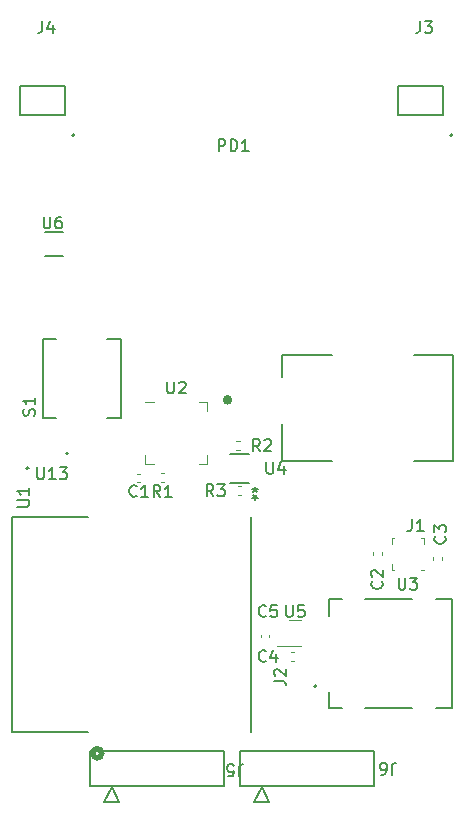
<source format=gbr>
%TF.GenerationSoftware,KiCad,Pcbnew,7.0.5*%
%TF.CreationDate,2023-06-16T17:12:54-04:00*%
%TF.ProjectId,ESP32Sensor-Sensor_board,45535033-3253-4656-9e73-6f722d53656e,rev?*%
%TF.SameCoordinates,Original*%
%TF.FileFunction,Legend,Top*%
%TF.FilePolarity,Positive*%
%FSLAX46Y46*%
G04 Gerber Fmt 4.6, Leading zero omitted, Abs format (unit mm)*
G04 Created by KiCad (PCBNEW 7.0.5) date 2023-06-16 17:12:54*
%MOMM*%
%LPD*%
G01*
G04 APERTURE LIST*
%ADD10C,0.150000*%
%ADD11C,0.120000*%
%ADD12C,0.127000*%
%ADD13C,0.200000*%
%ADD14C,0.152400*%
%ADD15C,0.400000*%
%ADD16C,0.508000*%
G04 APERTURE END LIST*
D10*
%TO.C,C1*%
X-8060966Y-34714680D02*
X-8108585Y-34762300D01*
X-8108585Y-34762300D02*
X-8251442Y-34809919D01*
X-8251442Y-34809919D02*
X-8346680Y-34809919D01*
X-8346680Y-34809919D02*
X-8489537Y-34762300D01*
X-8489537Y-34762300D02*
X-8584775Y-34667061D01*
X-8584775Y-34667061D02*
X-8632394Y-34571823D01*
X-8632394Y-34571823D02*
X-8680013Y-34381347D01*
X-8680013Y-34381347D02*
X-8680013Y-34238490D01*
X-8680013Y-34238490D02*
X-8632394Y-34048014D01*
X-8632394Y-34048014D02*
X-8584775Y-33952776D01*
X-8584775Y-33952776D02*
X-8489537Y-33857538D01*
X-8489537Y-33857538D02*
X-8346680Y-33809919D01*
X-8346680Y-33809919D02*
X-8251442Y-33809919D01*
X-8251442Y-33809919D02*
X-8108585Y-33857538D01*
X-8108585Y-33857538D02*
X-8060966Y-33905157D01*
X-7108585Y-34809919D02*
X-7680013Y-34809919D01*
X-7394299Y-34809919D02*
X-7394299Y-33809919D01*
X-7394299Y-33809919D02*
X-7489537Y-33952776D01*
X-7489537Y-33952776D02*
X-7584775Y-34048014D01*
X-7584775Y-34048014D02*
X-7680013Y-34095633D01*
%TO.C,R1*%
X-6056966Y-34819919D02*
X-6390299Y-34343728D01*
X-6628394Y-34819919D02*
X-6628394Y-33819919D01*
X-6628394Y-33819919D02*
X-6247442Y-33819919D01*
X-6247442Y-33819919D02*
X-6152204Y-33867538D01*
X-6152204Y-33867538D02*
X-6104585Y-33915157D01*
X-6104585Y-33915157D02*
X-6056966Y-34010395D01*
X-6056966Y-34010395D02*
X-6056966Y-34153252D01*
X-6056966Y-34153252D02*
X-6104585Y-34248490D01*
X-6104585Y-34248490D02*
X-6152204Y-34296109D01*
X-6152204Y-34296109D02*
X-6247442Y-34343728D01*
X-6247442Y-34343728D02*
X-6628394Y-34343728D01*
X-5104585Y-34819919D02*
X-5676013Y-34819919D01*
X-5390299Y-34819919D02*
X-5390299Y-33819919D01*
X-5390299Y-33819919D02*
X-5485537Y-33962776D01*
X-5485537Y-33962776D02*
X-5580775Y-34058014D01*
X-5580775Y-34058014D02*
X-5676013Y-34105633D01*
%TO.C,J2*%
X3565819Y-50386333D02*
X4280104Y-50386333D01*
X4280104Y-50386333D02*
X4422961Y-50433952D01*
X4422961Y-50433952D02*
X4518200Y-50529190D01*
X4518200Y-50529190D02*
X4565819Y-50672047D01*
X4565819Y-50672047D02*
X4565819Y-50767285D01*
X3661057Y-49957761D02*
X3613438Y-49910142D01*
X3613438Y-49910142D02*
X3565819Y-49814904D01*
X3565819Y-49814904D02*
X3565819Y-49576809D01*
X3565819Y-49576809D02*
X3613438Y-49481571D01*
X3613438Y-49481571D02*
X3661057Y-49433952D01*
X3661057Y-49433952D02*
X3756295Y-49386333D01*
X3756295Y-49386333D02*
X3851533Y-49386333D01*
X3851533Y-49386333D02*
X3994390Y-49433952D01*
X3994390Y-49433952D02*
X4565819Y-50005380D01*
X4565819Y-50005380D02*
X4565819Y-49386333D01*
%TO.C,U4*%
X2921095Y-31839819D02*
X2921095Y-32649342D01*
X2921095Y-32649342D02*
X2968714Y-32744580D01*
X2968714Y-32744580D02*
X3016333Y-32792200D01*
X3016333Y-32792200D02*
X3111571Y-32839819D01*
X3111571Y-32839819D02*
X3302047Y-32839819D01*
X3302047Y-32839819D02*
X3397285Y-32792200D01*
X3397285Y-32792200D02*
X3444904Y-32744580D01*
X3444904Y-32744580D02*
X3492523Y-32649342D01*
X3492523Y-32649342D02*
X3492523Y-31839819D01*
X4397285Y-32173152D02*
X4397285Y-32839819D01*
X4159190Y-31792200D02*
X3921095Y-32506485D01*
X3921095Y-32506485D02*
X4540142Y-32506485D01*
X1953349Y-35078780D02*
X1953349Y-34840685D01*
X2191444Y-34935923D02*
X1953349Y-34840685D01*
X1953349Y-34840685D02*
X1715254Y-34935923D01*
X2096206Y-34650209D02*
X1953349Y-34840685D01*
X1953349Y-34840685D02*
X1810492Y-34650209D01*
X1953350Y-33988419D02*
X1953350Y-34226514D01*
X1715255Y-34131276D02*
X1953350Y-34226514D01*
X1953350Y-34226514D02*
X2191445Y-34131276D01*
X1810493Y-34416990D02*
X1953350Y-34226514D01*
X1953350Y-34226514D02*
X2096207Y-34416990D01*
%TO.C,U5*%
X4573595Y-43974819D02*
X4573595Y-44784342D01*
X4573595Y-44784342D02*
X4621214Y-44879580D01*
X4621214Y-44879580D02*
X4668833Y-44927200D01*
X4668833Y-44927200D02*
X4764071Y-44974819D01*
X4764071Y-44974819D02*
X4954547Y-44974819D01*
X4954547Y-44974819D02*
X5049785Y-44927200D01*
X5049785Y-44927200D02*
X5097404Y-44879580D01*
X5097404Y-44879580D02*
X5145023Y-44784342D01*
X5145023Y-44784342D02*
X5145023Y-43974819D01*
X6097404Y-43974819D02*
X5621214Y-43974819D01*
X5621214Y-43974819D02*
X5573595Y-44451009D01*
X5573595Y-44451009D02*
X5621214Y-44403390D01*
X5621214Y-44403390D02*
X5716452Y-44355771D01*
X5716452Y-44355771D02*
X5954547Y-44355771D01*
X5954547Y-44355771D02*
X6049785Y-44403390D01*
X6049785Y-44403390D02*
X6097404Y-44451009D01*
X6097404Y-44451009D02*
X6145023Y-44546247D01*
X6145023Y-44546247D02*
X6145023Y-44784342D01*
X6145023Y-44784342D02*
X6097404Y-44879580D01*
X6097404Y-44879580D02*
X6049785Y-44927200D01*
X6049785Y-44927200D02*
X5954547Y-44974819D01*
X5954547Y-44974819D02*
X5716452Y-44974819D01*
X5716452Y-44974819D02*
X5621214Y-44927200D01*
X5621214Y-44927200D02*
X5573595Y-44879580D01*
%TO.C,R2*%
X2373333Y-30934819D02*
X2040000Y-30458628D01*
X1801905Y-30934819D02*
X1801905Y-29934819D01*
X1801905Y-29934819D02*
X2182857Y-29934819D01*
X2182857Y-29934819D02*
X2278095Y-29982438D01*
X2278095Y-29982438D02*
X2325714Y-30030057D01*
X2325714Y-30030057D02*
X2373333Y-30125295D01*
X2373333Y-30125295D02*
X2373333Y-30268152D01*
X2373333Y-30268152D02*
X2325714Y-30363390D01*
X2325714Y-30363390D02*
X2278095Y-30411009D01*
X2278095Y-30411009D02*
X2182857Y-30458628D01*
X2182857Y-30458628D02*
X1801905Y-30458628D01*
X2754286Y-30030057D02*
X2801905Y-29982438D01*
X2801905Y-29982438D02*
X2897143Y-29934819D01*
X2897143Y-29934819D02*
X3135238Y-29934819D01*
X3135238Y-29934819D02*
X3230476Y-29982438D01*
X3230476Y-29982438D02*
X3278095Y-30030057D01*
X3278095Y-30030057D02*
X3325714Y-30125295D01*
X3325714Y-30125295D02*
X3325714Y-30220533D01*
X3325714Y-30220533D02*
X3278095Y-30363390D01*
X3278095Y-30363390D02*
X2706667Y-30934819D01*
X2706667Y-30934819D02*
X3325714Y-30934819D01*
%TO.C,J4*%
X-16063333Y5480180D02*
X-16063333Y4765895D01*
X-16063333Y4765895D02*
X-16110952Y4623038D01*
X-16110952Y4623038D02*
X-16206190Y4527800D01*
X-16206190Y4527800D02*
X-16349047Y4480180D01*
X-16349047Y4480180D02*
X-16444285Y4480180D01*
X-15158571Y5146847D02*
X-15158571Y4480180D01*
X-15396666Y5527800D02*
X-15634761Y4813514D01*
X-15634761Y4813514D02*
X-15015714Y4813514D01*
%TO.C,U6*%
X-15949905Y-11078818D02*
X-15949905Y-11888341D01*
X-15949905Y-11888341D02*
X-15902286Y-11983579D01*
X-15902286Y-11983579D02*
X-15854667Y-12031199D01*
X-15854667Y-12031199D02*
X-15759429Y-12078818D01*
X-15759429Y-12078818D02*
X-15568953Y-12078818D01*
X-15568953Y-12078818D02*
X-15473715Y-12031199D01*
X-15473715Y-12031199D02*
X-15426096Y-11983579D01*
X-15426096Y-11983579D02*
X-15378477Y-11888341D01*
X-15378477Y-11888341D02*
X-15378477Y-11078818D01*
X-14473715Y-11078818D02*
X-14664191Y-11078818D01*
X-14664191Y-11078818D02*
X-14759429Y-11126437D01*
X-14759429Y-11126437D02*
X-14807048Y-11174056D01*
X-14807048Y-11174056D02*
X-14902286Y-11316913D01*
X-14902286Y-11316913D02*
X-14949905Y-11507389D01*
X-14949905Y-11507389D02*
X-14949905Y-11888341D01*
X-14949905Y-11888341D02*
X-14902286Y-11983579D01*
X-14902286Y-11983579D02*
X-14854667Y-12031199D01*
X-14854667Y-12031199D02*
X-14759429Y-12078818D01*
X-14759429Y-12078818D02*
X-14568953Y-12078818D01*
X-14568953Y-12078818D02*
X-14473715Y-12031199D01*
X-14473715Y-12031199D02*
X-14426096Y-11983579D01*
X-14426096Y-11983579D02*
X-14378477Y-11888341D01*
X-14378477Y-11888341D02*
X-14378477Y-11650246D01*
X-14378477Y-11650246D02*
X-14426096Y-11555008D01*
X-14426096Y-11555008D02*
X-14473715Y-11507389D01*
X-14473715Y-11507389D02*
X-14568953Y-11459770D01*
X-14568953Y-11459770D02*
X-14759429Y-11459770D01*
X-14759429Y-11459770D02*
X-14854667Y-11507389D01*
X-14854667Y-11507389D02*
X-14902286Y-11555008D01*
X-14902286Y-11555008D02*
X-14949905Y-11650246D01*
%TO.C,J3*%
X15936666Y5480180D02*
X15936666Y4765895D01*
X15936666Y4765895D02*
X15889047Y4623038D01*
X15889047Y4623038D02*
X15793809Y4527800D01*
X15793809Y4527800D02*
X15650952Y4480180D01*
X15650952Y4480180D02*
X15555714Y4480180D01*
X16317619Y5480180D02*
X16936666Y5480180D01*
X16936666Y5480180D02*
X16603333Y5099228D01*
X16603333Y5099228D02*
X16746190Y5099228D01*
X16746190Y5099228D02*
X16841428Y5051609D01*
X16841428Y5051609D02*
X16889047Y5003990D01*
X16889047Y5003990D02*
X16936666Y4908752D01*
X16936666Y4908752D02*
X16936666Y4670657D01*
X16936666Y4670657D02*
X16889047Y4575419D01*
X16889047Y4575419D02*
X16841428Y4527800D01*
X16841428Y4527800D02*
X16746190Y4480180D01*
X16746190Y4480180D02*
X16460476Y4480180D01*
X16460476Y4480180D02*
X16365238Y4527800D01*
X16365238Y4527800D02*
X16317619Y4575419D01*
%TO.C,C4*%
X2882833Y-48689580D02*
X2835214Y-48737200D01*
X2835214Y-48737200D02*
X2692357Y-48784819D01*
X2692357Y-48784819D02*
X2597119Y-48784819D01*
X2597119Y-48784819D02*
X2454262Y-48737200D01*
X2454262Y-48737200D02*
X2359024Y-48641961D01*
X2359024Y-48641961D02*
X2311405Y-48546723D01*
X2311405Y-48546723D02*
X2263786Y-48356247D01*
X2263786Y-48356247D02*
X2263786Y-48213390D01*
X2263786Y-48213390D02*
X2311405Y-48022914D01*
X2311405Y-48022914D02*
X2359024Y-47927676D01*
X2359024Y-47927676D02*
X2454262Y-47832438D01*
X2454262Y-47832438D02*
X2597119Y-47784819D01*
X2597119Y-47784819D02*
X2692357Y-47784819D01*
X2692357Y-47784819D02*
X2835214Y-47832438D01*
X2835214Y-47832438D02*
X2882833Y-47880057D01*
X3739976Y-48118152D02*
X3739976Y-48784819D01*
X3501881Y-47737200D02*
X3263786Y-48451485D01*
X3263786Y-48451485D02*
X3882833Y-48451485D01*
%TO.C,U3*%
X14118095Y-41649819D02*
X14118095Y-42459342D01*
X14118095Y-42459342D02*
X14165714Y-42554580D01*
X14165714Y-42554580D02*
X14213333Y-42602200D01*
X14213333Y-42602200D02*
X14308571Y-42649819D01*
X14308571Y-42649819D02*
X14499047Y-42649819D01*
X14499047Y-42649819D02*
X14594285Y-42602200D01*
X14594285Y-42602200D02*
X14641904Y-42554580D01*
X14641904Y-42554580D02*
X14689523Y-42459342D01*
X14689523Y-42459342D02*
X14689523Y-41649819D01*
X15070476Y-41649819D02*
X15689523Y-41649819D01*
X15689523Y-41649819D02*
X15356190Y-42030771D01*
X15356190Y-42030771D02*
X15499047Y-42030771D01*
X15499047Y-42030771D02*
X15594285Y-42078390D01*
X15594285Y-42078390D02*
X15641904Y-42126009D01*
X15641904Y-42126009D02*
X15689523Y-42221247D01*
X15689523Y-42221247D02*
X15689523Y-42459342D01*
X15689523Y-42459342D02*
X15641904Y-42554580D01*
X15641904Y-42554580D02*
X15594285Y-42602200D01*
X15594285Y-42602200D02*
X15499047Y-42649819D01*
X15499047Y-42649819D02*
X15213333Y-42649819D01*
X15213333Y-42649819D02*
X15118095Y-42602200D01*
X15118095Y-42602200D02*
X15070476Y-42554580D01*
%TO.C,C3*%
X18033580Y-38139666D02*
X18081200Y-38187285D01*
X18081200Y-38187285D02*
X18128819Y-38330142D01*
X18128819Y-38330142D02*
X18128819Y-38425380D01*
X18128819Y-38425380D02*
X18081200Y-38568237D01*
X18081200Y-38568237D02*
X17985961Y-38663475D01*
X17985961Y-38663475D02*
X17890723Y-38711094D01*
X17890723Y-38711094D02*
X17700247Y-38758713D01*
X17700247Y-38758713D02*
X17557390Y-38758713D01*
X17557390Y-38758713D02*
X17366914Y-38711094D01*
X17366914Y-38711094D02*
X17271676Y-38663475D01*
X17271676Y-38663475D02*
X17176438Y-38568237D01*
X17176438Y-38568237D02*
X17128819Y-38425380D01*
X17128819Y-38425380D02*
X17128819Y-38330142D01*
X17128819Y-38330142D02*
X17176438Y-38187285D01*
X17176438Y-38187285D02*
X17224057Y-38139666D01*
X17128819Y-37806332D02*
X17128819Y-37187285D01*
X17128819Y-37187285D02*
X17509771Y-37520618D01*
X17509771Y-37520618D02*
X17509771Y-37377761D01*
X17509771Y-37377761D02*
X17557390Y-37282523D01*
X17557390Y-37282523D02*
X17605009Y-37234904D01*
X17605009Y-37234904D02*
X17700247Y-37187285D01*
X17700247Y-37187285D02*
X17938342Y-37187285D01*
X17938342Y-37187285D02*
X18033580Y-37234904D01*
X18033580Y-37234904D02*
X18081200Y-37282523D01*
X18081200Y-37282523D02*
X18128819Y-37377761D01*
X18128819Y-37377761D02*
X18128819Y-37663475D01*
X18128819Y-37663475D02*
X18081200Y-37758713D01*
X18081200Y-37758713D02*
X18033580Y-37806332D01*
%TO.C,R3*%
X-1563666Y-34744819D02*
X-1896999Y-34268628D01*
X-2135094Y-34744819D02*
X-2135094Y-33744819D01*
X-2135094Y-33744819D02*
X-1754142Y-33744819D01*
X-1754142Y-33744819D02*
X-1658904Y-33792438D01*
X-1658904Y-33792438D02*
X-1611285Y-33840057D01*
X-1611285Y-33840057D02*
X-1563666Y-33935295D01*
X-1563666Y-33935295D02*
X-1563666Y-34078152D01*
X-1563666Y-34078152D02*
X-1611285Y-34173390D01*
X-1611285Y-34173390D02*
X-1658904Y-34221009D01*
X-1658904Y-34221009D02*
X-1754142Y-34268628D01*
X-1754142Y-34268628D02*
X-2135094Y-34268628D01*
X-1230332Y-33744819D02*
X-611285Y-33744819D01*
X-611285Y-33744819D02*
X-944618Y-34125771D01*
X-944618Y-34125771D02*
X-801761Y-34125771D01*
X-801761Y-34125771D02*
X-706523Y-34173390D01*
X-706523Y-34173390D02*
X-658904Y-34221009D01*
X-658904Y-34221009D02*
X-611285Y-34316247D01*
X-611285Y-34316247D02*
X-611285Y-34554342D01*
X-611285Y-34554342D02*
X-658904Y-34649580D01*
X-658904Y-34649580D02*
X-706523Y-34697200D01*
X-706523Y-34697200D02*
X-801761Y-34744819D01*
X-801761Y-34744819D02*
X-1087475Y-34744819D01*
X-1087475Y-34744819D02*
X-1182713Y-34697200D01*
X-1182713Y-34697200D02*
X-1230332Y-34649580D01*
%TO.C,U13*%
X-16490094Y-32314819D02*
X-16490094Y-33124342D01*
X-16490094Y-33124342D02*
X-16442475Y-33219580D01*
X-16442475Y-33219580D02*
X-16394856Y-33267200D01*
X-16394856Y-33267200D02*
X-16299618Y-33314819D01*
X-16299618Y-33314819D02*
X-16109142Y-33314819D01*
X-16109142Y-33314819D02*
X-16013904Y-33267200D01*
X-16013904Y-33267200D02*
X-15966285Y-33219580D01*
X-15966285Y-33219580D02*
X-15918666Y-33124342D01*
X-15918666Y-33124342D02*
X-15918666Y-32314819D01*
X-14918666Y-33314819D02*
X-15490094Y-33314819D01*
X-15204380Y-33314819D02*
X-15204380Y-32314819D01*
X-15204380Y-32314819D02*
X-15299618Y-32457676D01*
X-15299618Y-32457676D02*
X-15394856Y-32552914D01*
X-15394856Y-32552914D02*
X-15490094Y-32600533D01*
X-14585332Y-32314819D02*
X-13966285Y-32314819D01*
X-13966285Y-32314819D02*
X-14299618Y-32695771D01*
X-14299618Y-32695771D02*
X-14156761Y-32695771D01*
X-14156761Y-32695771D02*
X-14061523Y-32743390D01*
X-14061523Y-32743390D02*
X-14013904Y-32791009D01*
X-14013904Y-32791009D02*
X-13966285Y-32886247D01*
X-13966285Y-32886247D02*
X-13966285Y-33124342D01*
X-13966285Y-33124342D02*
X-14013904Y-33219580D01*
X-14013904Y-33219580D02*
X-14061523Y-33267200D01*
X-14061523Y-33267200D02*
X-14156761Y-33314819D01*
X-14156761Y-33314819D02*
X-14442475Y-33314819D01*
X-14442475Y-33314819D02*
X-14537713Y-33267200D01*
X-14537713Y-33267200D02*
X-14585332Y-33219580D01*
%TO.C,U2*%
X-5472204Y-25039919D02*
X-5472204Y-25849442D01*
X-5472204Y-25849442D02*
X-5424585Y-25944680D01*
X-5424585Y-25944680D02*
X-5376966Y-25992300D01*
X-5376966Y-25992300D02*
X-5281728Y-26039919D01*
X-5281728Y-26039919D02*
X-5091252Y-26039919D01*
X-5091252Y-26039919D02*
X-4996014Y-25992300D01*
X-4996014Y-25992300D02*
X-4948395Y-25944680D01*
X-4948395Y-25944680D02*
X-4900776Y-25849442D01*
X-4900776Y-25849442D02*
X-4900776Y-25039919D01*
X-4472204Y-25135157D02*
X-4424585Y-25087538D01*
X-4424585Y-25087538D02*
X-4329347Y-25039919D01*
X-4329347Y-25039919D02*
X-4091252Y-25039919D01*
X-4091252Y-25039919D02*
X-3996014Y-25087538D01*
X-3996014Y-25087538D02*
X-3948395Y-25135157D01*
X-3948395Y-25135157D02*
X-3900776Y-25230395D01*
X-3900776Y-25230395D02*
X-3900776Y-25325633D01*
X-3900776Y-25325633D02*
X-3948395Y-25468490D01*
X-3948395Y-25468490D02*
X-4519823Y-26039919D01*
X-4519823Y-26039919D02*
X-3900776Y-26039919D01*
%TO.C,J5*%
X587333Y-58457180D02*
X587333Y-57742895D01*
X587333Y-57742895D02*
X634952Y-57600038D01*
X634952Y-57600038D02*
X730190Y-57504800D01*
X730190Y-57504800D02*
X873047Y-57457180D01*
X873047Y-57457180D02*
X968285Y-57457180D01*
X-365047Y-58457180D02*
X111142Y-58457180D01*
X111142Y-58457180D02*
X158761Y-57980990D01*
X158761Y-57980990D02*
X111142Y-58028609D01*
X111142Y-58028609D02*
X15904Y-58076228D01*
X15904Y-58076228D02*
X-222190Y-58076228D01*
X-222190Y-58076228D02*
X-317428Y-58028609D01*
X-317428Y-58028609D02*
X-365047Y-57980990D01*
X-365047Y-57980990D02*
X-412666Y-57885752D01*
X-412666Y-57885752D02*
X-412666Y-57647657D01*
X-412666Y-57647657D02*
X-365047Y-57552419D01*
X-365047Y-57552419D02*
X-317428Y-57504800D01*
X-317428Y-57504800D02*
X-222190Y-57457180D01*
X-222190Y-57457180D02*
X15904Y-57457180D01*
X15904Y-57457180D02*
X111142Y-57504800D01*
X111142Y-57504800D02*
X158761Y-57552419D01*
%TO.C,J1*%
X15233905Y-36717843D02*
X15233905Y-37433546D01*
X15233905Y-37433546D02*
X15186192Y-37576686D01*
X15186192Y-37576686D02*
X15090765Y-37672114D01*
X15090765Y-37672114D02*
X14947624Y-37719827D01*
X14947624Y-37719827D02*
X14852197Y-37719827D01*
X16235889Y-37719827D02*
X15663327Y-37719827D01*
X15949608Y-37719827D02*
X15949608Y-36717843D01*
X15949608Y-36717843D02*
X15854181Y-36860984D01*
X15854181Y-36860984D02*
X15758754Y-36956411D01*
X15758754Y-36956411D02*
X15663327Y-37004124D01*
%TO.C,S1*%
X-16737800Y-27931904D02*
X-16690180Y-27789047D01*
X-16690180Y-27789047D02*
X-16690180Y-27550952D01*
X-16690180Y-27550952D02*
X-16737800Y-27455714D01*
X-16737800Y-27455714D02*
X-16785419Y-27408095D01*
X-16785419Y-27408095D02*
X-16880657Y-27360476D01*
X-16880657Y-27360476D02*
X-16975895Y-27360476D01*
X-16975895Y-27360476D02*
X-17071133Y-27408095D01*
X-17071133Y-27408095D02*
X-17118752Y-27455714D01*
X-17118752Y-27455714D02*
X-17166371Y-27550952D01*
X-17166371Y-27550952D02*
X-17213990Y-27741428D01*
X-17213990Y-27741428D02*
X-17261609Y-27836666D01*
X-17261609Y-27836666D02*
X-17309228Y-27884285D01*
X-17309228Y-27884285D02*
X-17404466Y-27931904D01*
X-17404466Y-27931904D02*
X-17499704Y-27931904D01*
X-17499704Y-27931904D02*
X-17594942Y-27884285D01*
X-17594942Y-27884285D02*
X-17642561Y-27836666D01*
X-17642561Y-27836666D02*
X-17690180Y-27741428D01*
X-17690180Y-27741428D02*
X-17690180Y-27503333D01*
X-17690180Y-27503333D02*
X-17642561Y-27360476D01*
X-16690180Y-26408095D02*
X-16690180Y-26979523D01*
X-16690180Y-26693809D02*
X-17690180Y-26693809D01*
X-17690180Y-26693809D02*
X-17547323Y-26789047D01*
X-17547323Y-26789047D02*
X-17452085Y-26884285D01*
X-17452085Y-26884285D02*
X-17404466Y-26979523D01*
%TO.C,PD1*%
X-1118094Y-5534819D02*
X-1118094Y-4534819D01*
X-1118094Y-4534819D02*
X-737142Y-4534819D01*
X-737142Y-4534819D02*
X-641904Y-4582438D01*
X-641904Y-4582438D02*
X-594285Y-4630057D01*
X-594285Y-4630057D02*
X-546666Y-4725295D01*
X-546666Y-4725295D02*
X-546666Y-4868152D01*
X-546666Y-4868152D02*
X-594285Y-4963390D01*
X-594285Y-4963390D02*
X-641904Y-5011009D01*
X-641904Y-5011009D02*
X-737142Y-5058628D01*
X-737142Y-5058628D02*
X-1118094Y-5058628D01*
X-118094Y-5534819D02*
X-118094Y-4534819D01*
X-118094Y-4534819D02*
X120000Y-4534819D01*
X120000Y-4534819D02*
X262857Y-4582438D01*
X262857Y-4582438D02*
X358095Y-4677676D01*
X358095Y-4677676D02*
X405714Y-4772914D01*
X405714Y-4772914D02*
X453333Y-4963390D01*
X453333Y-4963390D02*
X453333Y-5106247D01*
X453333Y-5106247D02*
X405714Y-5296723D01*
X405714Y-5296723D02*
X358095Y-5391961D01*
X358095Y-5391961D02*
X262857Y-5487200D01*
X262857Y-5487200D02*
X120000Y-5534819D01*
X120000Y-5534819D02*
X-118094Y-5534819D01*
X1405714Y-5534819D02*
X834286Y-5534819D01*
X1120000Y-5534819D02*
X1120000Y-4534819D01*
X1120000Y-4534819D02*
X1024762Y-4677676D01*
X1024762Y-4677676D02*
X929524Y-4772914D01*
X929524Y-4772914D02*
X834286Y-4820533D01*
%TO.C,C2*%
X12699580Y-41963666D02*
X12747200Y-42011285D01*
X12747200Y-42011285D02*
X12794819Y-42154142D01*
X12794819Y-42154142D02*
X12794819Y-42249380D01*
X12794819Y-42249380D02*
X12747200Y-42392237D01*
X12747200Y-42392237D02*
X12651961Y-42487475D01*
X12651961Y-42487475D02*
X12556723Y-42535094D01*
X12556723Y-42535094D02*
X12366247Y-42582713D01*
X12366247Y-42582713D02*
X12223390Y-42582713D01*
X12223390Y-42582713D02*
X12032914Y-42535094D01*
X12032914Y-42535094D02*
X11937676Y-42487475D01*
X11937676Y-42487475D02*
X11842438Y-42392237D01*
X11842438Y-42392237D02*
X11794819Y-42249380D01*
X11794819Y-42249380D02*
X11794819Y-42154142D01*
X11794819Y-42154142D02*
X11842438Y-42011285D01*
X11842438Y-42011285D02*
X11890057Y-41963666D01*
X11890057Y-41582713D02*
X11842438Y-41535094D01*
X11842438Y-41535094D02*
X11794819Y-41439856D01*
X11794819Y-41439856D02*
X11794819Y-41201761D01*
X11794819Y-41201761D02*
X11842438Y-41106523D01*
X11842438Y-41106523D02*
X11890057Y-41058904D01*
X11890057Y-41058904D02*
X11985295Y-41011285D01*
X11985295Y-41011285D02*
X12080533Y-41011285D01*
X12080533Y-41011285D02*
X12223390Y-41058904D01*
X12223390Y-41058904D02*
X12794819Y-41630332D01*
X12794819Y-41630332D02*
X12794819Y-41011285D01*
%TO.C,C5*%
X2882833Y-44879580D02*
X2835214Y-44927200D01*
X2835214Y-44927200D02*
X2692357Y-44974819D01*
X2692357Y-44974819D02*
X2597119Y-44974819D01*
X2597119Y-44974819D02*
X2454262Y-44927200D01*
X2454262Y-44927200D02*
X2359024Y-44831961D01*
X2359024Y-44831961D02*
X2311405Y-44736723D01*
X2311405Y-44736723D02*
X2263786Y-44546247D01*
X2263786Y-44546247D02*
X2263786Y-44403390D01*
X2263786Y-44403390D02*
X2311405Y-44212914D01*
X2311405Y-44212914D02*
X2359024Y-44117676D01*
X2359024Y-44117676D02*
X2454262Y-44022438D01*
X2454262Y-44022438D02*
X2597119Y-43974819D01*
X2597119Y-43974819D02*
X2692357Y-43974819D01*
X2692357Y-43974819D02*
X2835214Y-44022438D01*
X2835214Y-44022438D02*
X2882833Y-44070057D01*
X3787595Y-43974819D02*
X3311405Y-43974819D01*
X3311405Y-43974819D02*
X3263786Y-44451009D01*
X3263786Y-44451009D02*
X3311405Y-44403390D01*
X3311405Y-44403390D02*
X3406643Y-44355771D01*
X3406643Y-44355771D02*
X3644738Y-44355771D01*
X3644738Y-44355771D02*
X3739976Y-44403390D01*
X3739976Y-44403390D02*
X3787595Y-44451009D01*
X3787595Y-44451009D02*
X3835214Y-44546247D01*
X3835214Y-44546247D02*
X3835214Y-44784342D01*
X3835214Y-44784342D02*
X3787595Y-44879580D01*
X3787595Y-44879580D02*
X3739976Y-44927200D01*
X3739976Y-44927200D02*
X3644738Y-44974819D01*
X3644738Y-44974819D02*
X3406643Y-44974819D01*
X3406643Y-44974819D02*
X3311405Y-44927200D01*
X3311405Y-44927200D02*
X3263786Y-44879580D01*
%TO.C,J6*%
X13541333Y-58330180D02*
X13541333Y-57615895D01*
X13541333Y-57615895D02*
X13588952Y-57473038D01*
X13588952Y-57473038D02*
X13684190Y-57377800D01*
X13684190Y-57377800D02*
X13827047Y-57330180D01*
X13827047Y-57330180D02*
X13922285Y-57330180D01*
X12636571Y-58330180D02*
X12827047Y-58330180D01*
X12827047Y-58330180D02*
X12922285Y-58282561D01*
X12922285Y-58282561D02*
X12969904Y-58234942D01*
X12969904Y-58234942D02*
X13065142Y-58092085D01*
X13065142Y-58092085D02*
X13112761Y-57901609D01*
X13112761Y-57901609D02*
X13112761Y-57520657D01*
X13112761Y-57520657D02*
X13065142Y-57425419D01*
X13065142Y-57425419D02*
X13017523Y-57377800D01*
X13017523Y-57377800D02*
X12922285Y-57330180D01*
X12922285Y-57330180D02*
X12731809Y-57330180D01*
X12731809Y-57330180D02*
X12636571Y-57377800D01*
X12636571Y-57377800D02*
X12588952Y-57425419D01*
X12588952Y-57425419D02*
X12541333Y-57520657D01*
X12541333Y-57520657D02*
X12541333Y-57758752D01*
X12541333Y-57758752D02*
X12588952Y-57853990D01*
X12588952Y-57853990D02*
X12636571Y-57901609D01*
X12636571Y-57901609D02*
X12731809Y-57949228D01*
X12731809Y-57949228D02*
X12922285Y-57949228D01*
X12922285Y-57949228D02*
X13017523Y-57901609D01*
X13017523Y-57901609D02*
X13065142Y-57853990D01*
X13065142Y-57853990D02*
X13112761Y-57758752D01*
%TO.C,U1*%
X-18166267Y-35623018D02*
X-17356744Y-35623018D01*
X-17356744Y-35623018D02*
X-17261506Y-35575399D01*
X-17261506Y-35575399D02*
X-17213887Y-35527780D01*
X-17213887Y-35527780D02*
X-17166267Y-35432542D01*
X-17166267Y-35432542D02*
X-17166267Y-35242066D01*
X-17166267Y-35242066D02*
X-17213887Y-35146828D01*
X-17213887Y-35146828D02*
X-17261506Y-35099209D01*
X-17261506Y-35099209D02*
X-17356744Y-35051590D01*
X-17356744Y-35051590D02*
X-18166267Y-35051590D01*
X-17166267Y-34051590D02*
X-17166267Y-34623018D01*
X-17166267Y-34337304D02*
X-18166267Y-34337304D01*
X-18166267Y-34337304D02*
X-18023410Y-34432542D01*
X-18023410Y-34432542D02*
X-17928172Y-34527780D01*
X-17928172Y-34527780D02*
X-17880553Y-34623018D01*
D11*
%TO.C,C1*%
X-7786464Y-33555100D02*
X-8002136Y-33555100D01*
X-7786464Y-32835100D02*
X-8002136Y-32835100D01*
%TO.C,R1*%
X-5736659Y-33575100D02*
X-6043941Y-33575100D01*
X-5736659Y-32815100D02*
X-6043941Y-32815100D01*
D12*
%TO.C,J2*%
X8196000Y-52688000D02*
X8196000Y-51308000D01*
X9356000Y-52688000D02*
X8196000Y-52688000D01*
X11256000Y-52688000D02*
X15236000Y-52688000D01*
X18646000Y-52688000D02*
X17276000Y-52688000D01*
X8196000Y-44868000D02*
X8196000Y-43488000D01*
X8196000Y-43488000D02*
X9356000Y-43488000D01*
X11256000Y-43488000D02*
X15236000Y-43488000D01*
X18646000Y-43488000D02*
X18646000Y-52688000D01*
X18646000Y-43488000D02*
X17276000Y-43488000D01*
D13*
X7146000Y-50838000D02*
G75*
G03*
X7146000Y-50838000I-100000J0D01*
G01*
D14*
%TO.C,U4*%
X1435100Y-31153100D02*
X-165100Y-31153100D01*
X-165100Y-33616900D02*
X1435100Y-33616900D01*
D11*
%TO.C,U5*%
X3827500Y-47450000D02*
X5827500Y-47450000D01*
X4827500Y-45230000D02*
X5827500Y-45230000D01*
%TO.C,R2*%
X356359Y-30100000D02*
X663641Y-30100000D01*
X356359Y-30860000D02*
X663641Y-30860000D01*
D13*
%TO.C,J4*%
X-17905000Y-2510000D02*
X-17905000Y0D01*
X-14095000Y0D02*
X-17905000Y0D01*
X-14095000Y0D02*
X-14095000Y-2510000D01*
X-14095000Y-2510000D02*
X-17905000Y-2510000D01*
X-13345000Y-4180000D02*
G75*
G03*
X-13345000Y-4180000I-100000J0D01*
G01*
D14*
%TO.C,U6*%
X-15829000Y-14414000D02*
X-14271000Y-14414000D01*
X-14271000Y-12406000D02*
X-15829000Y-12406000D01*
D13*
%TO.C,J3*%
X14095000Y-2510000D02*
X14095000Y0D01*
X17905000Y0D02*
X14095000Y0D01*
X17905000Y0D02*
X17905000Y-2510000D01*
X17905000Y-2510000D02*
X14095000Y-2510000D01*
X18655000Y-4180000D02*
G75*
G03*
X18655000Y-4180000I-100000J0D01*
G01*
D11*
%TO.C,C4*%
X5217336Y-48690000D02*
X5001664Y-48690000D01*
X5217336Y-47970000D02*
X5001664Y-47970000D01*
%TO.C,U3*%
X16240000Y-38285000D02*
X16240000Y-38760000D01*
X16015000Y-41005000D02*
X16240000Y-41005000D01*
X16015000Y-38285000D02*
X16240000Y-38285000D01*
X13745000Y-41005000D02*
X13520000Y-41005000D01*
X13745000Y-38285000D02*
X13520000Y-38285000D01*
X13520000Y-41005000D02*
X13520000Y-40530000D01*
X13520000Y-38285000D02*
X13520000Y-38760000D01*
%TO.C,C3*%
X17780000Y-39897164D02*
X17780000Y-40112836D01*
X17060000Y-39897164D02*
X17060000Y-40112836D01*
%TO.C,R3*%
X481359Y-33910000D02*
X788641Y-33910000D01*
X481359Y-34670000D02*
X788641Y-34670000D01*
D14*
%TO.C,U13*%
X-17206000Y-32385000D02*
G75*
G03*
X-17206000Y-32385000I-101600J0D01*
G01*
D11*
%TO.C,U2*%
X-7320300Y-31995100D02*
X-7320300Y-31270100D01*
X-6595300Y-26775100D02*
X-7320300Y-26775100D01*
X-6595300Y-31995100D02*
X-7320300Y-31995100D01*
X-2825300Y-26775100D02*
X-2100300Y-26775100D01*
X-2825300Y-31995100D02*
X-2100300Y-31995100D01*
X-2100300Y-26775100D02*
X-2100300Y-27500100D01*
X-2100300Y-31995100D02*
X-2100300Y-31270100D01*
D14*
%TO.C,J5*%
X-711200Y-59283600D02*
X-711200Y-56286400D01*
X-711200Y-56286400D02*
X-11988800Y-56286400D01*
X-9525000Y-60680600D02*
X-10795000Y-60680600D01*
X-10160000Y-59410600D02*
X-9525000Y-60680600D01*
X-10795000Y-60680600D02*
X-10160000Y-59410600D01*
X-11988800Y-59283600D02*
X-711200Y-59283600D01*
X-11988800Y-56286400D02*
X-11988800Y-59283600D01*
D12*
%TO.C,J1*%
X18738000Y-31778000D02*
X18738000Y-22778000D01*
X18738000Y-22778000D02*
X15388000Y-22778000D01*
X15388000Y-31778000D02*
X18738000Y-31778000D01*
X8488000Y-22778000D02*
X4238000Y-22778000D01*
X4238000Y-31778000D02*
X8488000Y-31778000D01*
X4238000Y-28628000D02*
X4238000Y-31778000D01*
X4238000Y-22778000D02*
X4238000Y-24628000D01*
D15*
X-170000Y-26598000D02*
G75*
G03*
X-170000Y-26598000I-200000J0D01*
G01*
D12*
%TO.C,S1*%
X-15975000Y-28115000D02*
X-14855000Y-28115000D01*
X-10545000Y-28115000D02*
X-9425000Y-28115000D01*
X-9425000Y-28115000D02*
X-9425000Y-21415000D01*
X-15975000Y-21415000D02*
X-15975000Y-28115000D01*
X-15975000Y-21415000D02*
X-14855000Y-21415000D01*
X-10545000Y-21415000D02*
X-9425000Y-21415000D01*
D13*
X-13870000Y-31115000D02*
G75*
G03*
X-13870000Y-31115000I-100000J0D01*
G01*
D11*
%TO.C,C2*%
X12700000Y-39509164D02*
X12700000Y-39724836D01*
X11980000Y-39509164D02*
X11980000Y-39724836D01*
%TO.C,C5*%
X3155500Y-46472164D02*
X3155500Y-46687836D01*
X2435500Y-46472164D02*
X2435500Y-46687836D01*
D14*
%TO.C,J6*%
X11988800Y-59283600D02*
X11988800Y-56286400D01*
X11988800Y-56286400D02*
X711200Y-56286400D01*
X3175000Y-60680600D02*
X1905000Y-60680600D01*
X2540000Y-59410600D02*
X3175000Y-60680600D01*
X1905000Y-60680600D02*
X2540000Y-59410600D01*
X711200Y-59283600D02*
X11988800Y-59283600D01*
X711200Y-56286400D02*
X711200Y-59283600D01*
%TO.C,U1*%
X-18621900Y-54737300D02*
X-12182327Y-54737300D01*
X1621900Y-54737300D02*
X1621900Y-36474700D01*
X-18621900Y-36474700D02*
X-18621900Y-54737300D01*
X-12182327Y-36474700D02*
X-18621900Y-36474700D01*
D16*
X-11024087Y-56515300D02*
G75*
G03*
X-11024087Y-56515300I-381000J0D01*
G01*
%TD*%
M02*

</source>
